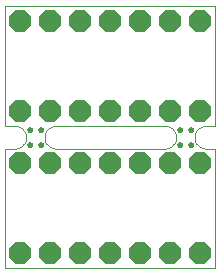
<source format=gts>
G75*
%MOIN*%
%OFA0B0*%
%FSLAX24Y24*%
%IPPOS*%
%LPD*%
%AMOC8*
5,1,8,0,0,1.08239X$1,22.5*
%
%ADD10C,0.0000*%
%ADD11C,0.0197*%
%ADD12OC8,0.0740*%
D10*
X000330Y000150D02*
X000330Y004145D01*
X000643Y004145D01*
X000680Y004147D01*
X000717Y004152D01*
X000753Y004161D01*
X000788Y004174D01*
X000821Y004190D01*
X000853Y004209D01*
X000883Y004231D01*
X000910Y004256D01*
X000935Y004283D01*
X000957Y004313D01*
X000976Y004345D01*
X000992Y004378D01*
X001005Y004413D01*
X001014Y004449D01*
X001019Y004486D01*
X001021Y004523D01*
X001019Y004560D01*
X001014Y004597D01*
X001005Y004633D01*
X000992Y004668D01*
X000976Y004701D01*
X000957Y004733D01*
X000935Y004763D01*
X000910Y004790D01*
X000883Y004815D01*
X000853Y004837D01*
X000821Y004856D01*
X000788Y004872D01*
X000753Y004885D01*
X000717Y004894D01*
X000680Y004899D01*
X000643Y004901D01*
X000643Y004900D02*
X000330Y004900D01*
X000330Y008895D01*
X007322Y008895D01*
X007322Y004900D01*
X007018Y004900D01*
X007018Y004901D02*
X006981Y004899D01*
X006944Y004894D01*
X006908Y004885D01*
X006873Y004872D01*
X006840Y004856D01*
X006808Y004837D01*
X006778Y004815D01*
X006751Y004790D01*
X006726Y004763D01*
X006704Y004733D01*
X006685Y004701D01*
X006669Y004668D01*
X006656Y004633D01*
X006647Y004597D01*
X006642Y004560D01*
X006640Y004523D01*
X006642Y004486D01*
X006647Y004449D01*
X006656Y004413D01*
X006669Y004378D01*
X006685Y004345D01*
X006704Y004313D01*
X006726Y004283D01*
X006751Y004256D01*
X006778Y004231D01*
X006808Y004209D01*
X006840Y004190D01*
X006873Y004174D01*
X006908Y004161D01*
X006944Y004152D01*
X006981Y004147D01*
X007018Y004145D01*
X007322Y004145D01*
X007322Y000150D01*
X000330Y000150D01*
X002018Y004145D02*
X005643Y004145D01*
X005680Y004147D01*
X005717Y004152D01*
X005753Y004161D01*
X005788Y004174D01*
X005821Y004190D01*
X005853Y004209D01*
X005883Y004231D01*
X005910Y004256D01*
X005935Y004283D01*
X005957Y004313D01*
X005976Y004345D01*
X005992Y004378D01*
X006005Y004413D01*
X006014Y004449D01*
X006019Y004486D01*
X006021Y004523D01*
X006019Y004560D01*
X006014Y004597D01*
X006005Y004633D01*
X005992Y004668D01*
X005976Y004701D01*
X005957Y004733D01*
X005935Y004763D01*
X005910Y004790D01*
X005883Y004815D01*
X005853Y004837D01*
X005821Y004856D01*
X005788Y004872D01*
X005753Y004885D01*
X005717Y004894D01*
X005680Y004899D01*
X005643Y004901D01*
X005643Y004900D02*
X002018Y004900D01*
X002018Y004901D02*
X001981Y004899D01*
X001944Y004894D01*
X001908Y004885D01*
X001873Y004872D01*
X001840Y004856D01*
X001808Y004837D01*
X001778Y004815D01*
X001751Y004790D01*
X001726Y004763D01*
X001704Y004733D01*
X001685Y004701D01*
X001669Y004668D01*
X001656Y004633D01*
X001647Y004597D01*
X001642Y004560D01*
X001640Y004523D01*
X001642Y004486D01*
X001647Y004449D01*
X001656Y004413D01*
X001669Y004378D01*
X001685Y004345D01*
X001704Y004313D01*
X001726Y004283D01*
X001751Y004256D01*
X001778Y004231D01*
X001808Y004209D01*
X001840Y004190D01*
X001873Y004174D01*
X001908Y004161D01*
X001944Y004152D01*
X001981Y004147D01*
X002018Y004145D01*
X001439Y004275D02*
X001441Y004293D01*
X001447Y004309D01*
X001456Y004324D01*
X001469Y004337D01*
X001484Y004346D01*
X001500Y004352D01*
X001518Y004354D01*
X001536Y004352D01*
X001552Y004346D01*
X001567Y004337D01*
X001580Y004324D01*
X001589Y004309D01*
X001595Y004293D01*
X001597Y004275D01*
X001595Y004257D01*
X001589Y004241D01*
X001580Y004226D01*
X001567Y004213D01*
X001552Y004204D01*
X001536Y004198D01*
X001518Y004196D01*
X001500Y004198D01*
X001484Y004204D01*
X001469Y004213D01*
X001456Y004226D01*
X001447Y004241D01*
X001441Y004257D01*
X001439Y004275D01*
X001064Y004275D02*
X001066Y004293D01*
X001072Y004309D01*
X001081Y004324D01*
X001094Y004337D01*
X001109Y004346D01*
X001125Y004352D01*
X001143Y004354D01*
X001161Y004352D01*
X001177Y004346D01*
X001192Y004337D01*
X001205Y004324D01*
X001214Y004309D01*
X001220Y004293D01*
X001222Y004275D01*
X001220Y004257D01*
X001214Y004241D01*
X001205Y004226D01*
X001192Y004213D01*
X001177Y004204D01*
X001161Y004198D01*
X001143Y004196D01*
X001125Y004198D01*
X001109Y004204D01*
X001094Y004213D01*
X001081Y004226D01*
X001072Y004241D01*
X001066Y004257D01*
X001064Y004275D01*
X001064Y004775D02*
X001066Y004793D01*
X001072Y004809D01*
X001081Y004824D01*
X001094Y004837D01*
X001109Y004846D01*
X001125Y004852D01*
X001143Y004854D01*
X001161Y004852D01*
X001177Y004846D01*
X001192Y004837D01*
X001205Y004824D01*
X001214Y004809D01*
X001220Y004793D01*
X001222Y004775D01*
X001220Y004757D01*
X001214Y004741D01*
X001205Y004726D01*
X001192Y004713D01*
X001177Y004704D01*
X001161Y004698D01*
X001143Y004696D01*
X001125Y004698D01*
X001109Y004704D01*
X001094Y004713D01*
X001081Y004726D01*
X001072Y004741D01*
X001066Y004757D01*
X001064Y004775D01*
X001439Y004775D02*
X001441Y004793D01*
X001447Y004809D01*
X001456Y004824D01*
X001469Y004837D01*
X001484Y004846D01*
X001500Y004852D01*
X001518Y004854D01*
X001536Y004852D01*
X001552Y004846D01*
X001567Y004837D01*
X001580Y004824D01*
X001589Y004809D01*
X001595Y004793D01*
X001597Y004775D01*
X001595Y004757D01*
X001589Y004741D01*
X001580Y004726D01*
X001567Y004713D01*
X001552Y004704D01*
X001536Y004698D01*
X001518Y004696D01*
X001500Y004698D01*
X001484Y004704D01*
X001469Y004713D01*
X001456Y004726D01*
X001447Y004741D01*
X001441Y004757D01*
X001439Y004775D01*
X006064Y004775D02*
X006066Y004793D01*
X006072Y004809D01*
X006081Y004824D01*
X006094Y004837D01*
X006109Y004846D01*
X006125Y004852D01*
X006143Y004854D01*
X006161Y004852D01*
X006177Y004846D01*
X006192Y004837D01*
X006205Y004824D01*
X006214Y004809D01*
X006220Y004793D01*
X006222Y004775D01*
X006220Y004757D01*
X006214Y004741D01*
X006205Y004726D01*
X006192Y004713D01*
X006177Y004704D01*
X006161Y004698D01*
X006143Y004696D01*
X006125Y004698D01*
X006109Y004704D01*
X006094Y004713D01*
X006081Y004726D01*
X006072Y004741D01*
X006066Y004757D01*
X006064Y004775D01*
X006064Y004275D02*
X006066Y004293D01*
X006072Y004309D01*
X006081Y004324D01*
X006094Y004337D01*
X006109Y004346D01*
X006125Y004352D01*
X006143Y004354D01*
X006161Y004352D01*
X006177Y004346D01*
X006192Y004337D01*
X006205Y004324D01*
X006214Y004309D01*
X006220Y004293D01*
X006222Y004275D01*
X006220Y004257D01*
X006214Y004241D01*
X006205Y004226D01*
X006192Y004213D01*
X006177Y004204D01*
X006161Y004198D01*
X006143Y004196D01*
X006125Y004198D01*
X006109Y004204D01*
X006094Y004213D01*
X006081Y004226D01*
X006072Y004241D01*
X006066Y004257D01*
X006064Y004275D01*
X006439Y004275D02*
X006441Y004293D01*
X006447Y004309D01*
X006456Y004324D01*
X006469Y004337D01*
X006484Y004346D01*
X006500Y004352D01*
X006518Y004354D01*
X006536Y004352D01*
X006552Y004346D01*
X006567Y004337D01*
X006580Y004324D01*
X006589Y004309D01*
X006595Y004293D01*
X006597Y004275D01*
X006595Y004257D01*
X006589Y004241D01*
X006580Y004226D01*
X006567Y004213D01*
X006552Y004204D01*
X006536Y004198D01*
X006518Y004196D01*
X006500Y004198D01*
X006484Y004204D01*
X006469Y004213D01*
X006456Y004226D01*
X006447Y004241D01*
X006441Y004257D01*
X006439Y004275D01*
X006439Y004775D02*
X006441Y004793D01*
X006447Y004809D01*
X006456Y004824D01*
X006469Y004837D01*
X006484Y004846D01*
X006500Y004852D01*
X006518Y004854D01*
X006536Y004852D01*
X006552Y004846D01*
X006567Y004837D01*
X006580Y004824D01*
X006589Y004809D01*
X006595Y004793D01*
X006597Y004775D01*
X006595Y004757D01*
X006589Y004741D01*
X006580Y004726D01*
X006567Y004713D01*
X006552Y004704D01*
X006536Y004698D01*
X006518Y004696D01*
X006500Y004698D01*
X006484Y004704D01*
X006469Y004713D01*
X006456Y004726D01*
X006447Y004741D01*
X006441Y004757D01*
X006439Y004775D01*
D11*
X006518Y004775D03*
X006143Y004775D03*
X006143Y004275D03*
X006518Y004275D03*
X001518Y004275D03*
X001143Y004275D03*
X001143Y004775D03*
X001518Y004775D03*
D12*
X001830Y005400D03*
X000830Y005400D03*
X000830Y003650D03*
X001830Y003650D03*
X002830Y003650D03*
X003830Y003650D03*
X004830Y003650D03*
X005830Y003650D03*
X006830Y003650D03*
X006830Y005400D03*
X005830Y005400D03*
X004830Y005400D03*
X003830Y005400D03*
X002830Y005400D03*
X002830Y008400D03*
X001830Y008400D03*
X000830Y008400D03*
X003830Y008400D03*
X004830Y008400D03*
X005830Y008400D03*
X006830Y008400D03*
X006830Y000650D03*
X005830Y000650D03*
X004830Y000650D03*
X003830Y000650D03*
X002830Y000650D03*
X001830Y000650D03*
X000830Y000650D03*
M02*

</source>
